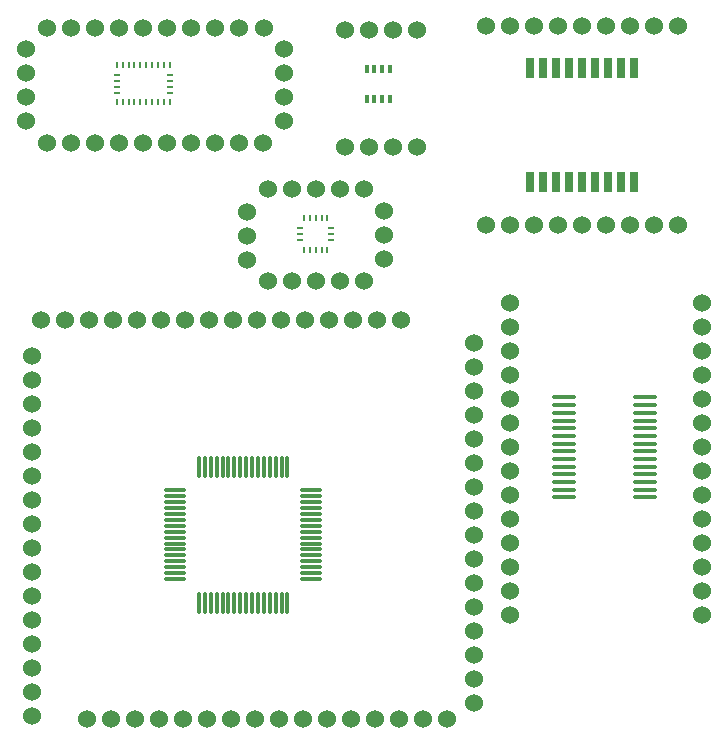
<source format=gbr>
%TF.GenerationSoftware,KiCad,Pcbnew,9.0.3*%
%TF.CreationDate,2026-01-16T17:31:19-07:00*%
%TF.ProjectId,Board1,426f6172-6431-42e6-9b69-6361645f7063,rev?*%
%TF.SameCoordinates,Original*%
%TF.FileFunction,Soldermask,Top*%
%TF.FilePolarity,Negative*%
%FSLAX46Y46*%
G04 Gerber Fmt 4.6, Leading zero omitted, Abs format (unit mm)*
G04 Created by KiCad (PCBNEW 9.0.3) date 2026-01-16 17:31:19*
%MOMM*%
%LPD*%
G01*
G04 APERTURE LIST*
%ADD10C,1.524000*%
%ADD11O,0.300000X2.000000*%
%ADD12O,2.000000X0.300000*%
%ADD13R,0.280000X0.600000*%
%ADD14R,0.600000X0.280000*%
%ADD15O,2.015500X0.364000*%
%ADD16R,0.700000X1.800000*%
%ADD17R,0.250000X0.500000*%
%ADD18R,0.500000X0.250000*%
%ADD19O,0.364000X0.767000*%
G04 APERTURE END LIST*
D10*
%TO.C,*%
X142190250Y-103292500D03*
%TD*%
D11*
%TO.C,U1*%
X118879750Y-100906500D03*
X119379750Y-100906500D03*
X119879750Y-100906500D03*
X120379750Y-100906500D03*
X120879750Y-100906500D03*
X121379750Y-100906500D03*
X121879750Y-100906500D03*
X122379750Y-100906500D03*
X122879750Y-100906500D03*
X123379750Y-100906500D03*
X123879750Y-100906500D03*
X124379750Y-100906500D03*
X124879750Y-100906500D03*
X125379750Y-100906500D03*
X125879750Y-100906500D03*
X126379750Y-100906500D03*
D12*
X128379750Y-98906500D03*
X128379750Y-98406500D03*
X128379750Y-97906500D03*
X128379750Y-97406500D03*
X128379750Y-96906500D03*
X128379750Y-96406500D03*
X128379750Y-95906500D03*
X128379750Y-95406500D03*
X128379750Y-94906500D03*
X128379750Y-94406500D03*
X128379750Y-93906500D03*
X128379750Y-93406500D03*
X128379750Y-92906500D03*
X128379750Y-92406500D03*
X128379750Y-91906500D03*
X128379750Y-91406500D03*
D11*
X126379750Y-89406500D03*
X125879750Y-89406500D03*
X125379750Y-89406500D03*
X124879750Y-89406500D03*
X124379750Y-89406500D03*
X123879750Y-89406500D03*
X123379750Y-89406500D03*
X122879750Y-89406500D03*
X122379750Y-89406500D03*
X121879750Y-89406500D03*
X121379750Y-89406500D03*
X120879750Y-89406500D03*
X120379750Y-89406500D03*
X119879750Y-89406500D03*
X119379750Y-89406500D03*
X118879750Y-89406500D03*
D12*
X116879750Y-91406500D03*
X116879750Y-91906500D03*
X116879750Y-92406500D03*
X116879750Y-92906500D03*
X116879750Y-93406500D03*
X116879750Y-93906500D03*
X116879750Y-94406500D03*
X116879750Y-94906500D03*
X116879750Y-95406500D03*
X116879750Y-95906500D03*
X116879750Y-96406500D03*
X116879750Y-96906500D03*
X116879750Y-97406500D03*
X116879750Y-97906500D03*
X116879750Y-98406500D03*
X116879750Y-98906500D03*
%TD*%
D10*
%TO.C,*%
X104720250Y-110528000D03*
%TD*%
%TO.C,*%
X104722750Y-80043500D03*
%TD*%
%TO.C,*%
X142190250Y-97195000D03*
%TD*%
%TO.C,*%
X118244000Y-52250500D03*
%TD*%
%TO.C,*%
X142190250Y-82964000D03*
%TD*%
%TO.C,*%
X145186750Y-52106000D03*
%TD*%
%TO.C,*%
X155355750Y-52106000D03*
%TD*%
%TO.C,*%
X104720250Y-86134000D03*
%TD*%
%TO.C,*%
X161474750Y-99899500D03*
%TD*%
%TO.C,*%
X151290750Y-52106000D03*
%TD*%
%TO.C,*%
X123645750Y-110780000D03*
%TD*%
%TO.C,*%
X111451750Y-110777500D03*
%TD*%
%TO.C,*%
X104720250Y-88166000D03*
%TD*%
%TO.C,*%
X112133500Y-62004500D03*
%TD*%
%TO.C,*%
X126107500Y-58140500D03*
%TD*%
%TO.C,*%
X104720250Y-100367000D03*
%TD*%
%TO.C,*%
X124346000Y-62004500D03*
%TD*%
%TO.C,*%
X142190250Y-84996000D03*
%TD*%
%TO.C,*%
X128797250Y-73717000D03*
%TD*%
%TO.C,*%
X142190250Y-91091500D03*
%TD*%
%TO.C,*%
X159418750Y-52106000D03*
%TD*%
%TO.C,*%
X145183250Y-68978000D03*
%TD*%
%TO.C,*%
X124353000Y-52250500D03*
%TD*%
%TO.C,*%
X107514750Y-76995500D03*
%TD*%
%TO.C,*%
X159414750Y-68978000D03*
%TD*%
%TO.C,*%
X133806250Y-110780000D03*
%TD*%
%TO.C,*%
X129869250Y-76998000D03*
%TD*%
%TO.C,*%
X111572750Y-76998000D03*
%TD*%
%TO.C,*%
X104269000Y-54067000D03*
%TD*%
%TO.C,*%
X161474750Y-95834000D03*
%TD*%
%TO.C,*%
X151286750Y-68978000D03*
%TD*%
%TO.C,*%
X134572250Y-71821500D03*
%TD*%
%TO.C,*%
X149252250Y-52106000D03*
%TD*%
%TO.C,*%
X113479250Y-110780000D03*
%TD*%
%TO.C,*%
X142190250Y-80930500D03*
%TD*%
%TO.C,*%
X127838750Y-76998000D03*
%TD*%
%TO.C,*%
X113604750Y-76998000D03*
%TD*%
%TO.C,*%
X132825750Y-65906500D03*
%TD*%
%TO.C,*%
X119708750Y-76998000D03*
%TD*%
%TO.C,*%
X142190250Y-89059500D03*
%TD*%
%TO.C,*%
X114172000Y-62004500D03*
%TD*%
%TO.C,*%
X131276250Y-52416000D03*
%TD*%
%TO.C,*%
X109542250Y-76998000D03*
%TD*%
%TO.C,*%
X122982250Y-67812000D03*
%TD*%
%TO.C,*%
X104720250Y-92231000D03*
%TD*%
%TO.C,*%
X145208750Y-81663500D03*
%TD*%
%TO.C,*%
X116204000Y-62004500D03*
%TD*%
%TO.C,*%
X118237000Y-62004500D03*
%TD*%
%TO.C,*%
X133934750Y-76998000D03*
%TD*%
%TO.C,*%
X117670250Y-76998000D03*
%TD*%
%TO.C,*%
X104720250Y-94269500D03*
%TD*%
%TO.C,*%
X137372250Y-52416000D03*
%TD*%
%TO.C,*%
X117541750Y-110780000D03*
%TD*%
%TO.C,*%
X157384250Y-68978000D03*
%TD*%
%TO.C,*%
X135300250Y-62309500D03*
%TD*%
%TO.C,*%
X157387750Y-52106000D03*
%TD*%
%TO.C,*%
X129742750Y-110780000D03*
%TD*%
D13*
%TO.C,U4*%
X129761750Y-68374000D03*
X129261750Y-68374000D03*
X128761750Y-68374000D03*
X128261750Y-68374000D03*
X127761750Y-68374000D03*
D14*
X127419250Y-69216500D03*
X127419250Y-69716500D03*
X127419250Y-70216500D03*
D13*
X127761750Y-71059000D03*
X128261750Y-71059000D03*
X128761750Y-71059000D03*
X129261750Y-71059000D03*
X129761750Y-71059000D03*
D14*
X130104250Y-70216500D03*
X130104250Y-69716500D03*
X130104250Y-69216500D03*
%TD*%
D10*
%TO.C,*%
X135966750Y-76998000D03*
%TD*%
%TO.C,*%
X104720250Y-108496000D03*
%TD*%
%TO.C,*%
X106043000Y-52250500D03*
%TD*%
%TO.C,*%
X125805750Y-76998000D03*
%TD*%
%TO.C,*%
X139903750Y-110780000D03*
%TD*%
%TO.C,*%
X122982250Y-69834500D03*
%TD*%
%TO.C,*%
X161474750Y-97866000D03*
%TD*%
%TO.C,*%
X153322750Y-52106000D03*
%TD*%
%TO.C,*%
X145208750Y-87766000D03*
%TD*%
%TO.C,*%
X155352250Y-68978000D03*
%TD*%
%TO.C,*%
X104269000Y-60163000D03*
%TD*%
%TO.C,*%
X104722750Y-82075500D03*
%TD*%
%TO.C,*%
X147220250Y-52106000D03*
%TD*%
%TO.C,*%
X161474750Y-81603000D03*
%TD*%
D15*
%TO.C,U6*%
X149765250Y-83539000D03*
X149765250Y-84189000D03*
X149765250Y-84839000D03*
X149765250Y-85489000D03*
X149765250Y-86139000D03*
X149765250Y-86789000D03*
X149765250Y-87439000D03*
X149765250Y-88089000D03*
X149765250Y-88739000D03*
X149765250Y-89389000D03*
X149765250Y-90039000D03*
X149765250Y-90689000D03*
X149765250Y-91339000D03*
X149765250Y-91989000D03*
X156675250Y-91989000D03*
X156675250Y-91339000D03*
X156675250Y-90689000D03*
X156675250Y-90039000D03*
X156675250Y-89389000D03*
X156675250Y-88739000D03*
X156675250Y-88089000D03*
X156675250Y-87439000D03*
X156675250Y-86789000D03*
X156675250Y-86139000D03*
X156675250Y-85489000D03*
X156675250Y-84839000D03*
X156675250Y-84189000D03*
X156675250Y-83539000D03*
%TD*%
D10*
%TO.C,*%
X114178500Y-52250500D03*
%TD*%
%TO.C,*%
X145208750Y-85734000D03*
%TD*%
%TO.C,*%
X104720250Y-104430500D03*
%TD*%
%TO.C,*%
X142190250Y-87026500D03*
%TD*%
%TO.C,*%
X110101500Y-62004500D03*
%TD*%
%TO.C,*%
X132857250Y-73717000D03*
%TD*%
%TO.C,*%
X142190250Y-78898500D03*
%TD*%
%TO.C,*%
X119575250Y-110780000D03*
%TD*%
%TO.C,*%
X142187750Y-109382500D03*
%TD*%
%TO.C,*%
X145208750Y-79630500D03*
%TD*%
%TO.C,*%
X145208750Y-89799500D03*
%TD*%
%TO.C,*%
X122300000Y-62004500D03*
%TD*%
%TO.C,*%
X126107500Y-60163000D03*
%TD*%
%TO.C,*%
X115638250Y-76998000D03*
%TD*%
%TO.C,*%
X137871750Y-110780000D03*
%TD*%
%TO.C,*%
X143154750Y-52106000D03*
%TD*%
%TO.C,*%
X126107500Y-54067000D03*
%TD*%
%TO.C,*%
X106036000Y-62004500D03*
%TD*%
%TO.C,*%
X142187750Y-107350500D03*
%TD*%
%TO.C,*%
X104269000Y-58140500D03*
%TD*%
D16*
%TO.C,U5*%
X146886750Y-65269000D03*
X147986750Y-65269000D03*
X149086750Y-65269000D03*
X150186750Y-65269000D03*
X151286750Y-65269000D03*
X152386750Y-65269000D03*
X153486750Y-65269000D03*
X154586750Y-65269000D03*
X155686750Y-65269000D03*
X155686750Y-55669000D03*
X154586750Y-55669000D03*
X153486750Y-55669000D03*
X152386750Y-55669000D03*
X151286750Y-55669000D03*
X150186750Y-55669000D03*
X149086750Y-55669000D03*
X147986750Y-55669000D03*
X146886750Y-55669000D03*
%TD*%
D10*
%TO.C,*%
X145208750Y-101992500D03*
%TD*%
%TO.C,*%
X135838250Y-110780000D03*
%TD*%
%TO.C,*%
X145208750Y-77598500D03*
%TD*%
%TO.C,*%
X145208750Y-99960500D03*
%TD*%
%TO.C,*%
X161474750Y-91770500D03*
%TD*%
%TO.C,*%
X104720250Y-84103000D03*
%TD*%
%TO.C,*%
X142190250Y-95156500D03*
%TD*%
%TO.C,*%
X161474750Y-89738500D03*
%TD*%
%TO.C,*%
X142190250Y-99227000D03*
%TD*%
%TO.C,*%
X123773750Y-76998000D03*
%TD*%
%TO.C,*%
X120276000Y-52250500D03*
%TD*%
D17*
%TO.C,U3*%
X116425000Y-58551000D03*
D18*
X116425000Y-57738000D03*
X116425000Y-57238000D03*
X116425000Y-56738000D03*
X116425000Y-56238000D03*
D17*
X116425000Y-55425000D03*
X115925000Y-55425000D03*
X115425000Y-55425000D03*
X114925000Y-55425000D03*
X114425000Y-55425000D03*
X113925000Y-55425000D03*
X113425000Y-55425000D03*
X112925000Y-55425000D03*
X112425000Y-55425000D03*
X111925000Y-55425000D03*
D18*
X111925000Y-56238000D03*
X111925000Y-56738000D03*
X111925000Y-57238000D03*
X111925000Y-57738000D03*
D17*
X111925000Y-58551000D03*
X112425000Y-58551000D03*
X112925000Y-58551000D03*
X113425000Y-58551000D03*
X113925000Y-58551000D03*
X114425000Y-58551000D03*
X114925000Y-58551000D03*
X115425000Y-58551000D03*
X115925000Y-58551000D03*
%TD*%
D10*
%TO.C,*%
X130834250Y-73717000D03*
%TD*%
%TO.C,*%
X126720250Y-65906500D03*
%TD*%
%TO.C,*%
X142190250Y-93124500D03*
%TD*%
%TO.C,*%
X125677750Y-110780000D03*
%TD*%
%TO.C,*%
X110108500Y-52250500D03*
%TD*%
%TO.C,*%
X153318750Y-68978000D03*
%TD*%
%TO.C,*%
X104720250Y-106462500D03*
%TD*%
%TO.C,*%
X124697750Y-65906500D03*
%TD*%
%TO.C,*%
X137322750Y-62309500D03*
%TD*%
%TO.C,*%
X104720250Y-102400000D03*
%TD*%
%TO.C,*%
X122982250Y-71871500D03*
%TD*%
%TO.C,*%
X161474750Y-83635000D03*
%TD*%
%TO.C,*%
X145208750Y-97927000D03*
%TD*%
%TO.C,*%
X161474750Y-87705000D03*
%TD*%
%TO.C,*%
X142190250Y-101260500D03*
%TD*%
%TO.C,*%
X116210500Y-52250500D03*
%TD*%
%TO.C,*%
X145208750Y-93864500D03*
%TD*%
%TO.C,*%
X134572250Y-67748000D03*
%TD*%
%TO.C,*%
X149248250Y-68978000D03*
%TD*%
%TO.C,*%
X104720250Y-90199000D03*
%TD*%
%TO.C,*%
X143151250Y-68978000D03*
%TD*%
%TO.C,*%
X145208750Y-91831500D03*
%TD*%
%TO.C,*%
X115509750Y-110780000D03*
%TD*%
D19*
%TO.C,U2*%
X133095250Y-55729500D03*
X133745250Y-55729500D03*
X134395250Y-55729500D03*
X135045250Y-55729500D03*
X135045250Y-58246500D03*
X134395250Y-58246500D03*
X133745250Y-58246500D03*
X133095250Y-58246500D03*
%TD*%
D10*
%TO.C,*%
X108075000Y-52250500D03*
%TD*%
%TO.C,*%
X161474750Y-77537500D03*
%TD*%
%TO.C,*%
X135349750Y-52416000D03*
%TD*%
%TO.C,*%
X145208750Y-95895000D03*
%TD*%
%TO.C,*%
X104269000Y-56103500D03*
%TD*%
%TO.C,*%
X161474750Y-79569500D03*
%TD*%
%TO.C,*%
X105482750Y-76995500D03*
%TD*%
%TO.C,*%
X161474750Y-101931500D03*
%TD*%
%TO.C,*%
X126107500Y-56103500D03*
%TD*%
%TO.C,*%
X147216250Y-68978000D03*
%TD*%
%TO.C,*%
X124729250Y-73717000D03*
%TD*%
%TO.C,*%
X121740750Y-76998000D03*
%TD*%
%TO.C,*%
X134572250Y-69784000D03*
%TD*%
%TO.C,*%
X130793750Y-65906500D03*
%TD*%
%TO.C,*%
X104720250Y-98335000D03*
%TD*%
%TO.C,*%
X133263250Y-62309500D03*
%TD*%
%TO.C,*%
X127710750Y-110780000D03*
%TD*%
%TO.C,*%
X104720250Y-96301500D03*
%TD*%
%TO.C,*%
X112140500Y-52250500D03*
%TD*%
%TO.C,*%
X142190250Y-105323000D03*
%TD*%
%TO.C,*%
X120269000Y-62004500D03*
%TD*%
%TO.C,*%
X128757250Y-65906500D03*
%TD*%
%TO.C,*%
X108068000Y-62004500D03*
%TD*%
%TO.C,*%
X131226750Y-62309500D03*
%TD*%
%TO.C,*%
X133312750Y-52416000D03*
%TD*%
%TO.C,*%
X121607250Y-110780000D03*
%TD*%
%TO.C,*%
X145208750Y-75567500D03*
%TD*%
%TO.C,*%
X131901250Y-76998000D03*
%TD*%
%TO.C,*%
X126761250Y-73717000D03*
%TD*%
%TO.C,*%
X122306500Y-52250500D03*
%TD*%
%TO.C,*%
X161474750Y-93803500D03*
%TD*%
%TO.C,*%
X131775750Y-110780000D03*
%TD*%
%TO.C,*%
X161474750Y-85673000D03*
%TD*%
%TO.C,*%
X145208750Y-83695500D03*
%TD*%
%TO.C,*%
X109419750Y-110777500D03*
%TD*%
%TO.C,*%
X161474750Y-75507000D03*
%TD*%
M02*

</source>
